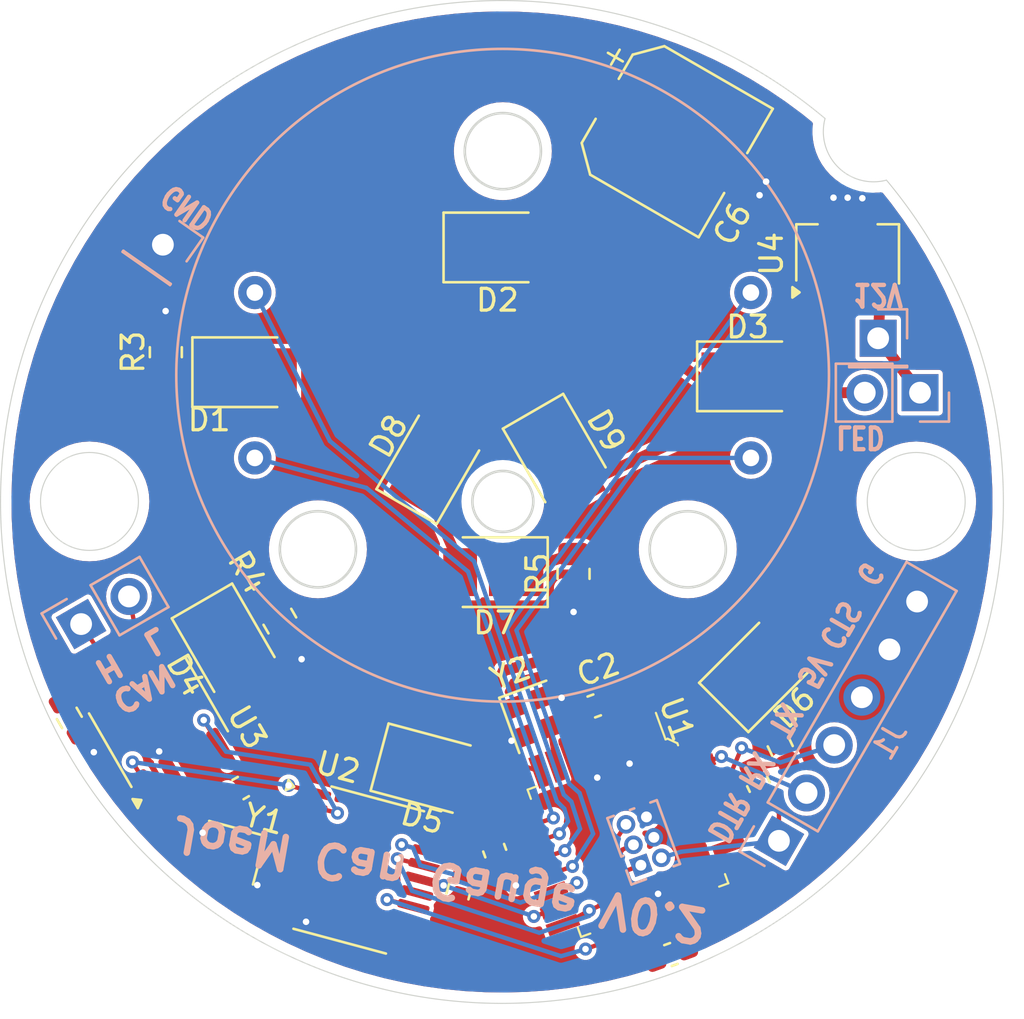
<source format=kicad_pcb>
(kicad_pcb (version 20240108) (generator "pcbnew") (generator_version "8.0")
  (layers (0 "F.Cu" signal) (31 "B.Cu" signal) (34 "B.Paste" user) (35 "F.Paste" user) (36 "B.SilkS" user "B.Silkscreen") (37 "F.SilkS" user "F.Silkscreen") (38 "B.Mask" user) (39 "F.Mask" user) (44 "Edge.Cuts" user))
  (net 0 "")
  (net 1 "GND")
  (net 2 "Net-(U1-AREF)")
  (net 3 "+5V")
  (net 4 "DTR")
  (net 5 "Net-(U1-PC6)")
  (net 6 "Net-(D1-K)")
  (net 7 "Net-(D1-A)")
  (net 8 "Net-(D2-A)")
  (net 9 "12V_LED")
  (net 10 "Net-(D4-K)")
  (net 11 "Net-(D4-A)")
  (net 12 "Net-(D5-A)")
  (net 13 "Net-(D7-K)")
  (net 14 "Net-(D7-A)")
  (net 15 "Net-(D8-A)")
  (net 16 "RX")
  (net 17 "TX")
  (net 18 "Net-(J2-Pin_1)")
  (net 19 "Net-(J2-Pin_2)")
  (net 20 "Net-(U1-PB0)")
  (net 21 "Net-(M1--)")
  (net 22 "Net-(U1-PD7)")
  (net 23 "Net-(U1-PD6)")
  (net 24 "Net-(U3-Rs)")
  (net 28 "Net-(U1-PB6)")
  (net 29 "Net-(U1-PB7)")
  (net 30 "Net-(U1-PB2)")
  (net 31 "SPI_MOSI")
  (net 32 "SPI_MISO")
  (net 33 "SPI_CLK")
  (net 43 "Net-(U2-TXCAN)")
  (net 44 "Net-(U2-RXCAN)")
  (net 50 "Net-(U2-OSC2)")
  (net 51 "Net-(U2-OSC1)")
  (net 56 "Net-(U2-~{RESET})")
  (net 58 "+12V")
  (footprint "Capacitor_SMD:C_0603_1608Metric" (layer "F.Cu") (at 137.95 113.175 30)
    (property "Reference" "C4" (hide yes))
    (property "Value" "100nF")
    (pad "1" smd roundrect (at -0.775 0 30) (size 0.9 0.95) (layers "F.Cu" "F.Paste" "F.Mask") (net 1 "GND"))
    (pad "2" smd roundrect (at 0.775 0 30) (size 0.9 0.95) (layers "F.Cu" "F.Paste" "F.Mask") (net 3 "+5V"))
  )
  (footprint "Capacitor_SMD:C_0603_1608Metric" (layer "F.Cu") (at 157.725 120.825 -160)
    (property "Reference" "C1" (hide yes))
    (property "Value" "100nF")
    (pad "1" smd roundrect (at -0.775 0 200) (size 0.9 0.95) (layers "F.Cu" "F.Paste" "F.Mask") (net 1 "GND"))
    (pad "2" smd roundrect (at 0.775 0 200) (size 0.9 0.95) (layers "F.Cu" "F.Paste" "F.Mask") (net 2 "Net-(U1-AREF)"))
  )
  (footprint "LED_SMD:LED_PLCC_2835_Handsoldering" (layer "F.Cu") (at 146.75 112.4 -15)
    (property "Reference" "D5" (at 0.125 2.2 165) (layer "F.SilkS"))
    (property "Value" "LED Weiß")
    (pad "1" smd rect (at -1.05 0 345) (size 2.5 2.2) (layers "F.Cu" "F.Paste" "F.Mask") (net 11 "Net-(D4-A)"))
    (pad "2" smd rect (at 1.525 0 345) (size 1.55 2.2) (layers "F.Cu" "F.Paste" "F.Mask") (net 12 "Net-(D5-A)"))
  )
  (footprint "Package_SO:SOIC-8_3.9x4.9mm_P1.27mm" (layer "F.Cu") (at 134.170505 110.152217 120)
    (property "Reference" "U3" (at -2.232683 3.421555 120) (layer "F.SilkS"))
    (property "Value" "MCP2551-I-SN")
    (pad "1" smd roundrect (at -2.475 -1.905 120) (size 1.95 0.6) (layers "F.Cu" "F.Paste" "F.Mask") (net 43 "Net-(U2-TXCAN)"))
    (pad "2" smd roundrect (at -2.475 -0.635 120) (size 1.95 0.6) (layers "F.Cu" "F.Paste" "F.Mask") (net 1 "GND"))
    (pad "3" smd roundrect (at -2.475 0.635 120) (size 1.95 0.6) (layers "F.Cu" "F.Paste" "F.Mask") (net 3 "+5V"))
    (pad "4" smd roundrect (at -2.475 1.905 120) (size 1.95 0.6) (layers "F.Cu" "F.Paste" "F.Mask") (net 44 "Net-(U2-RXCAN)"))
    (pad "5" smd roundrect (at 2.475 1.905 120) (size 1.95 0.6) (layers "F.Cu" "F.Paste" "F.Mask"))
    (pad "6" smd roundrect (at 2.475 0.635 120) (size 1.95 0.6) (layers "F.Cu" "F.Paste" "F.Mask") (net 19 "Net-(J2-Pin_2)"))
    (pad "7" smd roundrect (at 2.475 -0.635 120) (size 1.95 0.6) (layers "F.Cu" "F.Paste" "F.Mask") (net 18 "Net-(J2-Pin_1)"))
    (pad "8" smd roundrect (at 2.475 -1.905 120) (size 1.95 0.6) (layers "F.Cu" "F.Paste" "F.Mask") (net 24 "Net-(U3-Rs)"))
  )
  (footprint "LED_SMD:LED_PLCC_2835_Handsoldering" (layer "F.Cu") (at 137.42 106.74 -60)
    (property "Reference" "D4" (at 0.075 2.35 120) (layer "F.SilkS"))
    (property "Value" "LED Weiß")
    (pad "1" smd rect (at -1.05 0 300) (size 2.5 2.2) (layers "F.Cu" "F.Paste" "F.Mask") (net 10 "Net-(D4-K)"))
    (pad "2" smd rect (at 1.525 0 300) (size 1.55 2.2) (layers "F.Cu" "F.Paste" "F.Mask") (net 11 "Net-(D4-A)"))
  )
  (footprint "Capacitor_SMD:C_0603_1608Metric" (layer "F.Cu") (at 154.2 109.4 20)
    (property "Reference" "C2" (at 0.73733 -1.514132 20) (layer "F.SilkS"))
    (property "Value" "100nF")
    (pad "1" smd roundrect (at -0.775 0 20) (size 0.9 0.95) (layers "F.Cu" "F.Paste" "F.Mask") (net 1 "GND"))
    (pad "2" smd roundrect (at 0.775 0 20) (size 0.9 0.95) (layers "F.Cu" "F.Paste" "F.Mask") (net 3 "+5V"))
  )
  (footprint "LED_SMD:LED_PLCC_2835_Handsoldering" (layer "F.Cu") (at 161.43 94.25)
    (property "Reference" "D3" (at -0.18 -2.27 0) (layer "F.SilkS"))
    (property "Value" "LED Weiß")
    (pad "1" smd rect (at -1.05 0) (size 2.5 2.2) (layers "F.Cu" "F.Paste" "F.Mask") (net 8 "Net-(D2-A)"))
    (pad "2" smd rect (at 1.525 0) (size 1.55 2.2) (layers "F.Cu" "F.Paste" "F.Mask") (net 9 "12V_LED"))
  )
  (footprint "Package_SO:TSSOP-20_4.4x6.5mm_P0.65mm" (layer "F.Cu") (at 143.377046 116.94138 -15)
    (property "Reference" "U2" (at -2.140295 -4.309266 165) (layer "F.SilkS"))
    (property "Value" "MCP2515-xST")
    (pad "1" smd roundrect (at -2.8625 -2.925 345) (size 1.475 0.4) (layers "F.Cu" "F.Paste" "F.Mask") (net 43 "Net-(U2-TXCAN)"))
    (pad "2" smd roundrect (at -2.8625 -2.275 345) (size 1.475 0.4) (layers "F.Cu" "F.Paste" "F.Mask") (net 44 "Net-(U2-RXCAN)"))
    (pad "3" smd roundrect (at -2.8625 -1.625 345) (size 1.475 0.4) (layers "F.Cu" "F.Paste" "F.Mask"))
    (pad "4" smd roundrect (at -2.8625 -0.975 345) (size 1.475 0.4) (layers "F.Cu" "F.Paste" "F.Mask"))
    (pad "5" smd roundrect (at -2.862499 -0.325 345) (size 1.475 0.4) (layers "F.Cu" "F.Paste" "F.Mask"))
    (pad "6" smd roundrect (at -2.8625 0.325 345) (size 1.475 0.4) (layers "F.Cu" "F.Paste" "F.Mask"))
    (pad "7" smd roundrect (at -2.8625 0.975 345) (size 1.475 0.4) (layers "F.Cu" "F.Paste" "F.Mask"))
    (pad "8" smd roundrect (at -2.8625 1.625 345) (size 1.475 0.4) (layers "F.Cu" "F.Paste" "F.Mask") (net 50 "Net-(U2-OSC2)"))
    (pad "9" smd roundrect (at -2.8625 2.275 345) (size 1.475 0.4) (layers "F.Cu" "F.Paste" "F.Mask") (net 51 "Net-(U2-OSC1)"))
    (pad "10" smd roundrect (at -2.8625 2.925 345) (size 1.475 0.4) (layers "F.Cu" "F.Paste" "F.Mask") (net 1 "GND"))
    (pad "11" smd roundrect (at 2.8625 2.925 345) (size 1.475 0.4) (layers "F.Cu" "F.Paste" "F.Mask"))
    (pad "12" smd roundrect (at 2.8625 2.275 345) (size 1.475 0.4) (layers "F.Cu" "F.Paste" "F.Mask"))
    (pad "13" smd roundrect (at 2.8625 1.625 345) (size 1.475 0.4) (layers "F.Cu" "F.Paste" "F.Mask"))
    (pad "14" smd roundrect (at 2.8625 0.975 345) (size 1.475 0.4) (layers "F.Cu" "F.Paste" "F.Mask") (net 33 "SPI_CLK"))
    (pad "15" smd roundrect (at 2.862499 0.325 345) (size 1.475 0.4) (layers "F.Cu" "F.Paste" "F.Mask"))
    (pad "16" smd roundrect (at 2.8625 -0.325 345) (size 1.475 0.4) (layers "F.Cu" "F.Paste" "F.Mask") (net 32 "SPI_MISO"))
    (pad "17" smd roundrect (at 2.8625 -0.975 345) (size 1.475 0.4) (layers "F.Cu" "F.Paste" "F.Mask") (net 31 "SPI_MOSI"))
    (pad "18" smd roundrect (at 2.8625 -1.625 345) (size 1.475 0.4) (layers "F.Cu" "F.Paste" "F.Mask") (net 30 "Net-(U1-PB2)"))
    (pad "19" smd roundrect (at 2.8625 -2.275 345) (size 1.475 0.4) (layers "F.Cu" "F.Paste" "F.Mask") (net 56 "Net-(U2-~{RESET})"))
    (pad "20" smd roundrect (at 2.8625 -2.925 345) (size 1.475 0.4) (layers "F.Cu" "F.Paste" "F.Mask") (net 3 "+5V"))
  )
  (footprint "LED_SMD:LED_PLCC_2835_Handsoldering" (layer "F.Cu") (at 146.823862 98.070689 60)
    (property "Reference" "D8" (at -0.109687 -2.331362 60) (layer "F.SilkS"))
    (property "Value" "LED Rot")
    (pad "1" smd rect (at -1.05 0 60) (size 2.5 2.2) (layers "F.Cu" "F.Paste" "F.Mask") (net 14 "Net-(D7-A)"))
    (pad "2" smd rect (at 1.525 0 60) (size 1.55 2.2) (layers "F.Cu" "F.Paste" "F.Mask") (net 15 "Net-(D8-A)"))
  )
  (footprint "digikey-footprints:TQFP-32_7x7mm" (layer "F.Cu") (at 155.75 115.4 -70)
    (property "Reference" "U1" (at -4.304795 -3.961217 110) (layer "F.SilkS"))
    (property "Value" "ATMEGA328P-AU")
    (pad "1" smd rect (at -4.2 -2.8 290) (size 1.5 0.55) (layers "F.Cu" "F.Paste" "F.Mask"))
    (pad "2" smd rect (at -4.2 -2 290) (size 1.5 0.55) (layers "F.Cu" "F.Paste" "F.Mask"))
    (pad "3" smd rect (at -4.2 -1.2 290) (size 1.5 0.55) (layers "F.Cu" "F.Paste" "F.Mask") (net 1 "GND"))
    (pad "4" smd rect (at -4.2 -0.4 290) (size 1.5 0.55) (layers "F.Cu" "F.Paste" "F.Mask") (net 3 "+5V"))
    (pad "5" smd rect (at -4.2 0.4 290) (size 1.5 0.55) (layers "F.Cu" "F.Paste" "F.Mask") (net 1 "GND"))
    (pad "6" smd rect (at -4.2 1.2 290) (size 1.5 0.55) (layers "F.Cu" "F.Paste" "F.Mask") (net 3 "+5V"))
    (pad "7" smd rect (at -4.2 2 290) (size 1.5 0.55) (layers "F.Cu" "F.Paste" "F.Mask") (net 28 "Net-(U1-PB6)"))
    (pad "8" smd rect (at -4.2 2.8 290) (size 1.5 0.55) (layers "F.Cu" "F.Paste" "F.Mask") (net 29 "Net-(U1-PB7)"))
    (pad "9" smd rect (at -2.8 4.2 290) (size 0.55 1.5) (layers "F.Cu" "F.Paste" "F.Mask"))
    (pad "10" smd rect (at -2 4.2 290) (size 0.55 1.5) (layers "F.Cu" "F.Paste" "F.Mask") (net 23 "Net-(U1-PD6)"))
    (pad "11" smd rect (at -1.2 4.2 290) (size 0.55 1.5) (layers "F.Cu" "F.Paste" "F.Mask") (net 22 "Net-(U1-PD7)"))
    (pad "12" smd rect (at -0.4 4.2 290) (size 0.55 1.5) (layers "F.Cu" "F.Paste" "F.Mask") (net 20 "Net-(U1-PB0)"))
    (pad "13" smd rect (at 0.4 4.2 290) (size 0.55 1.5) (layers "F.Cu" "F.Paste" "F.Mask") (net 21 "Net-(M1--)"))
    (pad "14" smd rect (at 1.2 4.2 290) (size 0.55 1.5) (layers "F.Cu" "F.Paste" "F.Mask") (net 30 "Net-(U1-PB2)"))
    (pad "15" smd rect (at 2 4.2 290) (size 0.55 1.5) (layers "F.Cu" "F.Paste" "F.Mask") (net 32 "SPI_MISO"))
    (pad "16" smd rect (at 2.8 4.2 290) (size 0.55 1.5) (layers "F.Cu" "F.Paste" "F.Mask") (net 31 "SPI_MOSI"))
    (pad "17" smd rect (at 4.2 2.8 290) (size 1.5 0.55) (layers "F.Cu" "F.Paste" "F.Mask") (net 33 "SPI_CLK"))
    (pad "18" smd rect (at 4.2 2 290) (size 1.5 0.55) (layers "F.Cu" "F.Paste" "F.Mask") (net 3 "+5V"))
    (pad "19" smd rect (at 4.2 1.2 290) (size 1.5 0.55) (layers "F.Cu" "F.Paste" "F.Mask"))
    (pad "20" smd rect (at 4.2 0.4 290) (size 1.5 0.55) (layers "F.Cu" "F.Paste" "F.Mask") (net 2 "Net-(U1-AREF)"))
    (pad "21" smd rect (at 4.2 -0.4 290) (size 1.5 0.55) (layers "F.Cu" "F.Paste" "F.Mask") (net 1 "GND"))
    (pad "22" smd rect (at 4.2 -1.2 290) (size 1.5 0.55) (layers "F.Cu" "F.Paste" "F.Mask"))
    (pad "23" smd rect (at 4.2 -2 290) (size 1.5 0.55) (layers "F.Cu" "F.Paste" "F.Mask"))
    (pad "24" smd rect (at 4.2 -2.8 290) (size 1.5 0.55) (layers "F.Cu" "F.Paste" "F.Mask"))
    (pad "25" smd rect (at 2.8 -4.2 290) (size 0.55 1.5) (layers "F.Cu" "F.Paste" "F.Mask"))
    (pad "26" smd rect (at 2 -4.2 290) (size 0.55 1.5) (layers "F.Cu" "F.Paste" "F.Mask"))
    (pad "27" smd rect (at 1.2 -4.2 290) (size 0.55 1.5) (layers "F.Cu" "F.Paste" "F.Mask"))
    (pad "28" smd rect (at 0.4 -4.2 290) (size 0.55 1.5) (layers "F.Cu" "F.Paste" "F.Mask"))
    (pad "29" smd rect (at -0.4 -4.2 290) (size 0.55 1.5) (layers "F.Cu" "F.Paste" "F.Mask") (net 5 "Net-(U1-PC6)"))
    (pad "30" smd rect (at -1.2 -4.2 290) (size 0.55 1.5) (layers "F.Cu" "F.Paste" "F.Mask") (net 17 "TX"))
    (pad "31" smd rect (at -2 -4.2 290) (size 0.55 1.5) (layers "F.Cu" "F.Paste" "F.Mask") (net 16 "RX"))
    (pad "32" smd rect (at -2.8 -4.2 290) (size 0.55 1.5) (layers "F.Cu" "F.Paste" "F.Mask"))
  )
  (footprint "Resistor_SMD:R_0603_1608Metric" (layer "F.Cu") (at 162.75 111.25 115.4)
    (property "Reference" "R2" (hide yes))
    (property "Value" "10k")
    (pad "1" smd roundrect (at -0.825001 0 115.4) (size 0.8 0.95) (layers "F.Cu" "F.Paste" "F.Mask") (net 5 "Net-(U1-PC6)"))
    (pad "2" smd roundrect (at 0.825001 0 115.4) (size 0.8 0.95) (layers "F.Cu" "F.Paste" "F.Mask") (net 3 "+5V"))
  )
  (footprint "Capacitor_SMD:C_0603_1608Metric" (layer "F.Cu") (at 161.75 113 115.4)
    (property "Reference" "C3" (hide yes))
    (property "Value" "100nF")
    (pad "1" smd roundrect (at -0.775 -0.000001 115.4) (size 0.9 0.95) (layers "F.Cu" "F.Paste" "F.Mask") (net 4 "DTR"))
    (pad "2" smd roundrect (at 0.775 0.000001 115.4) (size 0.9 0.95) (layers "F.Cu" "F.Paste" "F.Mask") (net 5 "Net-(U1-PC6)"))
  )
  (footprint "LED_SMD:LED_PLCC_2835_Handsoldering" (layer "F.Cu") (at 152.636362 98.020689 -60)
    (property "Reference" "D9" (at -0.04363 -2.465809 120) (layer "F.SilkS"))
    (property "Value" "LED Rot")
    (pad "1" smd rect (at -1.05 0 300) (size 2.5 2.2) (layers "F.Cu" "F.Paste" "F.Mask") (net 15 "Net-(D8-A)"))
    (pad "2" smd rect (at 1.525 0 300) (size 1.55 2.2) (layers "F.Cu" "F.Paste" "F.Mask") (net 9 "12V_LED"))
  )
  (footprint "LED_SMD:LED_PLCC_2835_Handsoldering" (layer "F.Cu") (at 138.23 94.06)
    (property "Reference" "D1" (at -1.73 2.19 0) (layer "F.SilkS"))
    (property "Value" "LED Weiß")
    (pad "1" smd rect (at -1.05 0) (size 2.5 2.2) (layers "F.Cu" "F.Paste" "F.Mask") (net 6 "Net-(D1-K)"))
    (pad "2" smd rect (at 1.525 0) (size 1.55 2.2) (layers "F.Cu" "F.Paste" "F.Mask") (net 7 "Net-(D1-A)"))
  )
  (footprint "Capacitor_SMD:C_0603_1608Metric" (layer "F.Cu") (at 149.625 116.05 110)
    (property "Reference" "C5" (hide yes))
    (property "Value" "100nF")
    (pad "1" smd roundrect (at -0.775 0 110) (size 0.9 0.95) (layers "F.Cu" "F.Paste" "F.Mask") (net 1 "GND"))
    (pad "2" smd roundrect (at 0.775 0 110) (size 0.9 0.95) (layers "F.Cu" "F.Paste" "F.Mask") (net 3 "+5V"))
  )
  (footprint "Crystal:Crystal_SMD_2016-4Pin_2.0x1.6mm" (layer "F.Cu") (at 137.508117 116.145262 165)
    (property "Reference" "Y1" (at -1.065253 1.885207 165) (layer "F.SilkS"))
    (property "Value" "16MHz")
    (pad "1" smd rect (at -0.7 0.55 165) (size 0.9 0.8) (layers "F.Cu" "F.Paste" "F.Mask") (net 50 "Net-(U2-OSC2)"))
    (pad "2" smd rect (at 0.700001 0.55 165) (size 0.9 0.8) (layers "F.Cu" "F.Paste" "F.Mask") (net 1 "GND"))
    (pad "3" smd rect (at 0.7 -0.55 165) (size 0.9 0.8) (layers "F.Cu" "F.Paste" "F.Mask") (net 51 "Net-(U2-OSC1)"))
    (pad "4" smd rect (at -0.700001 -0.55 165) (size 0.9 0.8) (layers "F.Cu" "F.Paste" "F.Mask") (net 1 "GND"))
  )
  (footprint "Package_TO_SOT_SMD:SOT-89-3" (layer "F.Cu") (at 165.8475 88.62 90)
    (property "Reference" "U4" (at 0 -3.5 90) (layer "F.SilkS"))
    (property "Value" "L78L05_SOT89")
    (pad "1" smd roundrect (at -1.95 -1.5 90) (size 1.3 0.9) (layers "F.Cu" "F.Paste" "F.Mask") (net 3 "+5V"))
    (pad "2" smd custom (at -1.8625 0 90) (size 1.475 0.9) (layers "F.Cu" "F.Paste" "F.Mask") (net 1 "GND") (options (clearance outline) (anchor rect)) (primitives (gr_poly (pts (xy 3.8625 0.8665) (xy 0.7375 0.8665) (xy 0.7375 -0.8665) (xy 3.8625 -0.8665)) (width 0) (fill yes))))
    (pad "3" smd roundrect (at -1.95 1.5 90) (size 1.3 0.9) (layers "F.Cu" "F.Paste" "F.Mask") (net 58 "+12V"))
  )
  (footprint "LED_SMD:LED_PLCC_2835_Handsoldering" (layer "F.Cu") (at 161.92 107.7 45)
    (property "Reference" "D6" (at -0.205625 2.306154 45) (layer "F.SilkS"))
    (property "Value" "LED Weiß")
    (pad "1" smd rect (at -1.05 0 45) (size 2.5 2.2) (layers "F.Cu" "F.Paste" "F.Mask") (net 12 "Net-(D5-A)"))
    (pad "2" smd rect (at 1.525 0 45) (size 1.55 2.2) (layers "F.Cu" "F.Paste" "F.Mask") (net 9 "12V_LED"))
  )
  (footprint "Resistor_SMD:R_0805_2012Metric" (layer "F.Cu") (at 139.75 105.5 120)
    (property "Reference" "R4" (at 2.698557 -0.174038 120) (layer "F.SilkS"))
    (property "Value" "510")
    (pad "1" smd roundrect (at -0.9125 0 120) (size 1.025 1.4) (layers "F.Cu" "F.Paste" "F.Mask") (roundrect_rratio 0.243902439) (net 1 "GND"))
    (pad "2" smd roundrect (at 0.9125 0 120) (size 1.025 1.4) (layers "F.Cu" "F.Paste" "F.Mask") (roundrect_rratio 0.243902439) (net 10 "Net-(D4-K)"))
  )
  (footprint "Capacitor_SMD:CP_Elec_6.3x7.7" (layer "F.Cu") (at 157.75 83.2 -30)
    (property "Reference" "C6" (at 4.449871 2.107403 -120) (layer "F.SilkS"))
    (property "Value" "220uF")
    (pad "1" smd roundrect (at -2.7 0 330) (size 3.5 1.6) (layers "F.Cu" "F.Paste" "F.Mask") (roundrect_rratio 0.15625) (net 3 "+5V"))
    (pad "2" smd roundrect (at 2.7 0 330) (size 3.5 1.6) (layers "F.Cu" "F.Paste" "F.Mask") (roundrect_rratio 0.15625) (net 1 "GND"))
  )
  (footprint "LED_SMD:LED_PLCC_2835_Handsoldering" (layer "F.Cu") (at 149.775 88.325)
    (property "Reference" "D2" (at -0.025 2.425 0) (layer "F.SilkS"))
    (property "Value" "LED Weiß")
    (pad "1" smd rect (at -1.05 0) (size 2.5 2.2) (layers "F.Cu" "F.Paste" "F.Mask") (net 7 "Net-(D1-A)"))
    (pad "2" smd rect (at 1.525 0) (size 1.55 2.2) (layers "F.Cu" "F.Paste" "F.Mask") (net 8 "Net-(D2-A)"))
  )
  (footprint "Resistor_SMD:R_0603_1608Metric" (layer "F.Cu") (at 147.975 117.925 -105)
    (property "Reference" "R6" (hide yes))
    (property "Value" "10k")
    (pad "1" smd roundrect (at -0.825 0 255) (size 0.8 0.95) (layers "F.Cu" "F.Paste" "F.Mask") (net 56 "Net-(U2-~{RESET})"))
    (pad "2" smd roundrect (at 0.825 0 255) (size 0.8 0.95) (layers "F.Cu" "F.Paste" "F.Mask") (net 3 "+5V"))
  )
  (footprint "Crystal:Crystal_SMD_2016-4Pin_2.0x1.6mm" (layer "F.Cu") (at 151.375 109.9 -70)
    (property "Reference" "Y2" (at -2.229956 0.279145 -160) (layer "F.SilkS"))
    (property "Value" "16MHz")
    (pad "1" smd rect (at -0.7 0.55 290) (size 0.9 0.8) (layers "F.Cu" "F.Paste" "F.Mask") (net 29 "Net-(U1-PB7)"))
    (pad "2" smd rect (at 0.7 0.55 290) (size 0.9 0.8) (layers "F.Cu" "F.Paste" "F.Mask") (net 1 "GND"))
    (pad "3" smd rect (at 0.7 -0.55 290) (size 0.9 0.8) (layers "F.Cu" "F.Paste" "F.Mask") (net 28 "Net-(U1-PB6)"))
    (pad "4" smd rect (at -0.7 -0.55 290) (size 0.9 0.8) (layers "F.Cu" "F.Paste" "F.Mask") (net 1 "GND"))
  )
  (footprint "Resistor_SMD:R_0805_2012Metric" (layer "F.Cu") (at 153.25 103.329311 90)
    (property "Reference" "R5" (at 0 -1.65 90) (layer "F.SilkS"))
    (property "Value" "510")
    (pad "1" smd roundrect (at -0.9125 0 90) (size 1.025 1.4) (layers "F.Cu" "F.Paste" "F.Mask") (roundrect_rratio 0.243902439) (net 1 "GND"))
    (pad "2" smd roundrect (at 0.9125 0 90) (size 1.025 1.4) (layers "F.Cu" "F.Paste" "F.Mask") (roundrect_rratio 0.243902439) (net 13 "Net-(D7-K)"))
  )
  (footprint "LED_SMD:LED_PLCC_2835_Handsoldering" (layer "F.Cu") (at 149.561362 103.25 180)
    (property "Reference" "D7" (at -0.061362 -2.329311 0) (layer "F.SilkS"))
    (property "Value" "LED Rot")
    (pad "1" smd rect (at -1.05 0 180) (size 2.5 2.2) (layers "F.Cu" "F.Paste" "F.Mask") (net 13 "Net-(D7-K)"))
    (pad "2" smd rect (at 1.525 0 180) (size 1.55 2.2) (layers "F.Cu" "F.Paste" "F.Mask") (net 14 "Net-(D7-A)"))
  )
  (footprint "Resistor_SMD:R_0603_1608Metric" (layer "F.Cu") (at 130.075 109.95 -60)
    (property "Reference" "R1" (hide yes))
    (property "Value" "10k")
    (pad "1" smd roundrect (at -0.825 0 300) (size 0.8 0.95) (layers "F.Cu" "F.Paste" "F.Mask") (net 24 "Net-(U3-Rs)"))
    (pad "2" smd roundrect (at 0.825 0 300) (size 0.8 0.95) (layers "F.Cu" "F.Paste" "F.Mask") (net 1 "GND"))
  )
  (footprint "Resistor_SMD:R_0805_2012Metric" (layer "F.Cu") (at 134.51 93.14 -90)
    (property "Reference" "R3" (at 0 1.51 90) (layer "F.SilkS"))
    (property "Value" "510")
    (pad "1" smd roundrect (at -0.9125 0 270) (size 1.025 1.4) (layers "F.Cu" "F.Paste" "F.Mask") (roundrect_rratio 0.243902439) (net 1 "GND"))
    (pad "2" smd roundrect (at 0.9125 0 270) (size 1.025 1.4) (layers "F.Cu" "F.Paste" "F.Mask") (roundrect_rratio 0.243902439) (net 6 "Net-(D1-K)"))
  )
  (footprint "Connector_PinHeader_2.54mm:PinHeader_1x02_P2.54mm_Vertical" (layer "B.Cu") (at 169.175 95 90)
    (property "Reference" "J6" (hide yes))
    (property "Value" "12V_LED_Bridge")
    (property "Description" "LED" (at -2.05 -2.735 180) (layer "B.SilkS") (effects (font (size 1 0.8) (thickness 0.2) (bold yes)) (justify mirror)))
    (pad "1" thru_hole rect (at 0 0 90) (size 1.7 1.7) (drill 1) (layers "*.Cu" "*.Mask") (net 58 "+12V"))
    (pad "2" thru_hole oval (at 0 -2.54 90) (size 1.7 1.7) (drill 1) (layers "*.Cu" "*.Mask") (net 9 "12V_LED"))
  )
  (footprint "Connector_PinHeader_1.00mm:PinHeader_2x03_P1.00mm_Vertical" (layer "B.Cu") (at 156.344348 116.721405 20)
    (property "Reference" "J7" (hide yes))
    (property "Value" "SPI-Port")
    (pad "1" thru_hole rect (at 0 0 20) (size 0.85 0.85) (drill 0.5) (layers "*.Cu" "*.Mask") (net 33 "SPI_CLK"))
    (pad "2" thru_hole oval (at 1 0 20) (size 0.85 0.85) (drill 0.5) (layers "*.Cu" "*.Mask") (net 4 "DTR"))
    (pad "3" thru_hole oval (at 0 -1 20) (size 0.85 0.85) (drill 0.5) (layers "*.Cu" "*.Mask") (net 31 "SPI_MOSI"))
    (pad "4" thru_hole oval (at 1.000001 -1 20) (size 0.85 0.85) (drill 0.5) (layers "*.Cu" "*.Mask") (net 3 "+5V"))
    (pad "5" thru_hole oval (at 0 -2 20) (size 0.85 0.85) (drill 0.5) (layers "*.Cu" "*.Mask") (net 32 "SPI_MISO"))
    (pad "6" thru_hole oval (at 1 -2 20) (size 0.85 0.85) (drill 0.5) (layers "*.Cu" "*.Mask") (net 1 "GND"))
  )
  (footprint "Connector_PinHeader_2.54mm:PinHeader_1x01_P2.54mm_Vertical" (layer "B.Cu") (at 134.375 88.2 145)
    (property "Reference" "J5" (hide yes))
    (property "Value" "GND" (at 0.053534 2.037832 145) (layer "B.SilkS") (effects (font (size 1 0.8) (thickness 0.2) (bold yes)) (justify mirror)))
    (pad "1" thru_hole rect (at 0 0 145) (size 1.7 1.7) (drill 1) (layers "*.Cu" "*.Mask") (net 1 "GND"))
  )
  (footprint "Connector_PinHeader_2.54mm:PinHeader_1x06_P2.54mm_Vertical" (layer "B.Cu") (at 162.69 115.599114 -30)
    (property "Reference" "J1" (at 2.095448 -6.520577 60) (layer "B.SilkS") (effects (justify mirror)))
    (property "Value" "FTDI-Port")
    (pad "1" thru_hole rect (at 0 0 330) (size 1.7 1.7) (drill 1) (layers "*.Cu" "*.Mask") (net 4 "DTR"))
    (pad "2" thru_hole oval (at 0 -2.54 330) (size 1.7 1.7) (drill 1) (layers "*.Cu" "*.Mask") (net 16 "RX"))
    (pad "3" thru_hole oval (at 0 -5.08 330) (size 1.7 1.7) (drill 1) (layers "*.Cu" "*.Mask") (net 17 "TX"))
    (pad "4" thru_hole oval (at 0 -7.62 330) (size 1.7 1.7) (drill 1) (layers "*.Cu" "*.Mask") (net 3 "+5V"))
    (pad "5" thru_hole oval (at 0 -10.16 330) (size 1.7 1.7) (drill 1) (layers "*.Cu" "*.Mask") (net 1 "GND"))
    (pad "6" thru_hole oval (at 0 -12.7 330) (size 1.7 1.7) (drill 1) (layers "*.Cu" "*.Mask") (net 1 "GND"))
  )
  (footprint "Connector_PinHeader_2.54mm:PinHeader_1x01_P2.54mm_Vertical" (layer "B.Cu") (at 167.25 92.5 180)
    (property "Reference" "J4" (hide yes))
    (property "Value" "12V" (hide yes))
    (property "Description" "12V" (at 0 2 180) (layer "B.SilkS") (effects (font (size 1 0.8) (thickness 0.2) (bold yes)) (justify mirror)))
    (pad "1" thru_hole rect (at 0 0 180) (size 1.7 1.7) (drill 1) (layers "*.Cu" "*.Mask") (net 58 "+12V"))
  )
  (footprint "Connector_PinHeader_2.54mm:PinHeader_1x02_P2.54mm_Vertical" (layer "B.Cu") (at 130.615818 105.6375 -60)
    (property "Reference" "J2" (hide yes))
    (property "Value" "CAN")
    (pad "1" thru_hole rect (at 0 0 300) (size 1.7 1.7) (drill 1) (layers "*.Cu" "*.Mask") (net 18 "Net-(J2-Pin_1)"))
    (pad "2" thru_hole oval (at 0 -2.54 300) (size 1.7 1.7) (drill 1) (layers "*.Cu" "*.Mask") (net 19 "Net-(J2-Pin_2)"))
  )
  (footprint "StepperMotor:StepperMotor" (layer "B.Cu") (at 150 94.2 180)
    (property "Reference" "M1" (hide yes))
    (property "Value" "Stepper_Motor")
    (fp_circle (center 8.5 -8) (end 10.25 -8) (stroke (width 0.12)) (fill none) (layer "Edge.Cuts"))
    (fp_circle (center 0 10.3) (end 1.75 10.3) (stroke (width 0.12)) (fill none) (layer "Edge.Cuts"))
    (fp_circle (center 0 -5.8) (end 1.4 -5.8) (stroke (width 0.12)) (fill none) (layer "Edge.Cuts"))
    (fp_circle (center -8.5 -8) (end -6.75 -8) (stroke (width 0.12)) (fill none) (layer "Edge.Cuts"))
    (pad "1" thru_hole circle (at -11.4 3.8 180) (size 1.524 1.524) (drill 0.762) (layers "*.Cu" "*.Mask") (net 20 "Net-(U1-PB0)"))
    (pad "2" thru_hole circle (at -11.4 -3.8 180) (size 1.524 1.524) (drill 0.762) (layers "*.Cu" "*.Mask") (net 21 "Net-(M1--)"))
    (pad "3" thru_hole circle (at 11.4 3.8 180) (size 1.524 1.524) (drill 0.762) (layers "*.Cu" "*.Mask") (net 22 "Net-(U1-PD7)"))
    (pad "4" thru_hole circle (at 11.4 -3.8 180) (size 1.524 1.524) (drill 0.762) (layers "*.Cu" "*.Mask") (net 23 "Net-(U1-PD6)"))
  )
  (gr_arc (start 167.63187 85.231126) (mid 133.636082 116.293883) (end 164.81 82.4) (stroke (width 0.05)) (layer "Edge.Cuts"))
  (gr_arc (start 167.63187 85.231126) (mid 165.403659 84.630167) (end 164.81 82.4) (stroke (width 0.05)) (layer "Edge.Cuts"))
  (gr_circle (center 131 100) (end 133.25 100) (stroke (width 0.05)) (fill none) (layer "Edge.Cuts"))
  (gr_circle (center 169 100) (end 171.25 100) (stroke (width 0.05)) (fill none) (layer "Edge.Cuts"))
  (gr_text "JoeM Can Gauge V0.2" (at 134.8 114.3 170) (layer "B.SilkS") (effects (font (size 1.5 1.5) (thickness 0.3) (bold yes)) (justify left bottom mirror)))
  (gr_text "DTR RX  TX  5V CTS  G" (at 159.26 115.32 240) (layer "B.SilkS") (effects (font (size 1 0.8) (thickness 0.2) (bold yes)) (justify left bottom mirror)))
  (gr_text "CAN\nH  L" (at 131 107.5 210) (layer "B.SilkS") (effects (font (size 1 1) (thickness 0.25) (bold yes)) (justify left bottom mirror)))
  (segment (start 152.7 109.025) (end 153.521738 109.815066) (width 0.2) (layer "F.Cu") (net 1))
  (segment (start 162.1 85.3) (end 161.962162 85.587162) (width 0.5) (layer "F.Cu") (net 1))
  (segment (start 139.855038 119.025843) (end 140.953778 119.32025) (width 0.2) (layer "F.Cu") (net 1))
  (segment (start 157.134836 118.035285) (end 157.562362 119.209901) (width 0.2) (layer "F.Cu") (net 1))
  (segment (start 150.4 111) (end 151.097583 110.745896) (width 0.2) (layer "F.Cu") (net 1))
  (segment (start 135.475 113.65) (end 137.27883 113.5625) (width 0.2) (layer "F.Cu") (net 1))
  (segment (start 165.8475 85.895) (end 165.8475 90.4825) (width 0.5) (layer "F.Cu") (net 1))
  (segment (start 154.339512 112.694239) (end 153.937638 111.590099) (width 0.2) (layer "F.Cu") (net 1))
  (segment (start 153.25 105.079311) (end 153.25 104.241811) (width 0.5) (layer "F.Cu") (net 1))
  (segment (start 161.962162 85.587162) (end 160.088269 84.55) (width 0.5) (layer "F.Cu") (net 1))
  (segment (start 134.203748 111.489796) (end 134.851248 112.611299) (width 0.2) (layer "F.Cu") (net 1))
  (segment (start 136.201579 115.225774) (end 136.97432 115.43283) (width 0.2) (layer "F.Cu") (net 1))
  (segment (start 140.20625 106.290248) (end 140.75 107.25) (width 0.5) (layer "F.Cu") (net 1))
  (segment (start 158.372187 120.430562) (end 157.975 120.25) (width 0.2) (layer "F.Cu") (net 1))
  (segment (start 155.825 112.05) (end 155.441147 111.042867) (width 0.2) (layer "F.Cu") (net 1))
  (segment (start 134.858079 112.61313) (end 135.475 113.65) (width 0.2) (layer "F.Cu") (net 1))
  (segment (start 131.2 111.525) (end 130.4875 110.664471) (width 0.2) (layer "F.Cu") (net 1))
  (segment (start 134.51 92.2275) (end 134.5 91.25) (width 0.5) (layer "F.Cu") (net 1))
  (segment (start 161.962162 85.587162) (end 161.8 85.925) (width 0.5) (layer "F.Cu") (net 1))
  (segment (start 157.975 120.25) (end 157.562362 119.209901) (width 0.2) (layer "F.Cu") (net 1))
  (segment (start 149.890066 116.778262) (end 150.6 117.65) (width 0.2) (layer "F.Cu") (net 1))
  (segment (start 138.448502 117.561923) (end 138.041915 116.857695) (width 0.2) (layer "F.Cu") (net 1))
  (segment (start 138.714131 117.633098) (end 138.448502 117.561923) (width 0.2) (layer "F.Cu") (net 1))
  (segment (start 151.652417 109.054104) (end 152.7 109.025) (width 0.2) (layer "F.Cu") (net 1))
  (segment (start 165.1975 86.03875) (end 166.5225 86.06375) (width 0.5) (layer "F.Cu") (net 1))
  (segment (start 134.851248 112.611299) (end 134.858079 112.613129) (width 0.2) (layer "F.Cu") (net 1))
  (via (at 140.75 107.25) (size 0.6) (drill 0.3) (layers "F.Cu" "B.Cu") (net 1))
  (via (at 162.1 85.3) (size 0.6) (drill 0.3) (layers "F.Cu" "B.Cu") (net 1))
  (via (at 154.339512 112.694239) (size 0.6) (drill 0.3) (layers "F.Cu" "B.Cu") (net 1))
  (via (at 165.1975 86.03875) (size 0.6) (drill 0.3) (layers "F.Cu" "B.Cu") (net 1))
  (via (at 161.8 85.925) (size 0.6) (drill 0.3) (layers "F.Cu" "B.Cu") (net 1))
  (via (at 150.4 111) (size 0.6) (drill 0.3) (layers "F.Cu" "B.Cu") (net 1))
  (via (at 131.2 111.525) (size 0.6) (drill 0.3) (layers "F.Cu" "B.Cu") (net 1))
  (via (at 136.201579 115.225774) (size 0.6) (drill 0.3) (layers "F.Cu" "B.Cu") (net 1))
  (via (at 157.134836 118.035285) (size 0.6) (drill 0.3) (layers "F.Cu" "B.Cu") (net 1))
  (via (at 153.25 105.079311) (size 0.6) (drill 0.3) (layers "F.Cu" "B.Cu") (net 1))
  (via (at 140.953778 119.32025) (size 0.6) (drill 0.3) (layers "F.Cu" "B.Cu") (net 1))
  (via (at 134.203748 111.489796) (size 0.6) (drill 0.3) (layers "F.Cu" "B.Cu") (net 1))
  (via (at 152.7 109.025) (size 0.6) (drill 0.3) (layers "F.Cu" "B.Cu") (net 1))
  (via (at 155.825 112.05) (size 0.6) (drill 0.3) (layers "F.Cu" "B.Cu") (net 1))
  (via (at 165.8475 86.03875) (size 0.6) (drill 0.3) (layers "F.Cu" "B.Cu") (net 1))
  (via (at 150.6 117.65) (size 0.6) (drill 0.3) (layers "F.Cu" "B.Cu") (net 1))
  (via (at 166.5225 86.06375) (size 0.6) (drill 0.3) (layers "F.Cu" "B.Cu") (net 1))
  (via (at 138.714131 117.633098) (size 0.6) (drill 0.3) (layers "F.Cu" "B.Cu") (net 1))
  (via (at 134.5 91.25) (size 0.6) (drill 0.3) (layers "F.Cu" "B.Cu") (net 1))
  (segment (start 156.915663 120.960694) (end 157.15 120.5) (width 0.2) (layer "F.Cu") (net 2))
  (segment (start 157.15 120.5) (end 156.810608 119.483517) (width 0.2) (layer "F.Cu") (net 2))
  (segment (start 162.69 115.599114) (end 162.69 114.307661) (width 0.2) (layer "F.Cu") (net 4))
  (segment (start 163.521927 115.349261) (end 163.6 115.349261) (width 0.2) (layer "F.Cu") (net 4))
  (segment (start 162.69 114.307661) (end 162.082424 113.700085) (width 0.2) (layer "F.Cu") (net 4))
  (segment (start 157.284041 116.379385) (end 158.2 116.1) (width 0.2) (layer "B.Cu") (net 4))
  (segment (start 158.2 116.1) (end 162.69 115.599114) (width 0.2) (layer "B.Cu") (net 4))
  (segment (start 161.417576 112.299915) (end 163.103872 111.995252) (width 0.2) (layer "F.Cu") (net 5))
  (segment (start 159.559901 113.587638) (end 161.125 112.95) (width 0.2) (layer "F.Cu") (net 5))
  (segment (start 161.125 112.95) (end 161.75383 111.9875) (width 0.2) (layer "F.Cu") (net 5))
  (segment (start 134.51 94.0525) (end 137.18 94.06) (width 0.5) (layer "F.Cu") (net 6))
  (segment (start 139.275 94.075) (end 148.25 88.325) (width 0.5) (layer "F.Cu") (net 7))
  (segment (start 150.825 88.325) (end 159.925 95) (width 0.5) (layer "F.Cu") (net 8))
  (segment (start 162.25 96) (end 159 96.75) (width 0.5) (layer "F.Cu") (net 9))
  (segment (start 159 96.75) (end 153.398862 99.341378) (width 0.5) (layer "F.Cu") (net 9))
  (segment (start 163 97.5) (end 162.25 96) (width 0.5) (layer "F.Cu") (net 9))
  (segment (start 162.75 99.25) (end 163 97.5) (width 0.5) (layer "F.Cu") (net 9))
  (segment (start 162.955 94.25) (end 162.25 96) (width 0.5) (layer "F.Cu") (net 9))
  (segment (start 162.955 95.02) (end 165.985 95) (width 0.5) (layer "F.Cu") (net 9))
  (segment (start 162.998338 106.621662) (end 162.75 99.25) (width 0.5) (layer "F.Cu") (net 9))
  (segment (start 136.895 105.830673) (end 139.29375 104.709752) (width 0.5) (layer "F.Cu") (net 10))
  (segment (start 138.1825 108.060689) (end 145.735778 112.12824) (width 0.5) (layer "F.Cu") (net 11))
  (segment (start 153.7 106.825) (end 160.821662 108.853338) (width 0.5) (layer "F.Cu") (net 12))
  (segment (start 150.025 107.7805) (end 153.7 106.825) (width 0.5) (layer "F.Cu") (net 12))
  (segment (start 147.764222 112.67176) (end 150.025 107.7805) (width 0.5) (layer "F.Cu") (net 12))
  (segment (start 153.25 102.416811) (end 150.611362 103.25) (width 0.5) (layer "F.Cu") (net 13))
  (segment (start 148.011362 103.020689) (end 147.65 102.659327) (width 0.2) (layer "F.Cu") (net 14))
  (segment (start 148.036362 102.920689) (end 146.298862 98.980016) (width 0.5) (layer "F.Cu") (net 14))
  (segment (start 147.586362 96.75) (end 152.111362 97.111362) (width 0.5) (layer "F.Cu") (net 15))
  (segment (start 146.5125 96.85) (end 146.4625 96.9) (width 0.2) (layer "F.Cu") (net 15))
  (segment (start 159.012669 112.08413) (end 160.05 111.725) (width 0.2) (layer "F.Cu") (net 16))
  (via (at 160.05 111.725) (size 0.6) (drill 0.3) (layers "F.Cu" "B.Cu") (net 16))
  (segment (start 160.05 111.725) (end 163.96 113.399409) (width 0.2) (layer "B.Cu") (net 16))
  (segment (start 160.5 112.45) (end 160.975 111.325) (width 0.2) (layer "F.Cu") (net 17))
  (segment (start 159.286285 112.835884) (end 160.5 112.45) (width 0.2) (layer "F.Cu") (net 17))
  (via (at 160.975 111.325) (size 0.6) (drill 0.3) (layers "F.Cu" "B.Cu") (net 17))
  (segment (start 160.975 111.325) (end 162.75 112) (width 0.2) (layer "B.Cu") (net 17))
  (segment (start 162.75 112) (end 165.23 111.199705) (width 0.2) (layer "B.Cu") (net 17))
  (segment (start 130.615818 105.6375) (end 132.383079 108.326304) (width 0.2) (layer "F.Cu") (net 18))
  (segment (start 132.815523 104.3675) (end 133.482931 107.691304) (width 0.2) (layer "F.Cu") (net 19))
  (segment (start 151.666483 116.460608) (end 152.85 116.05) (width 0.2) (layer "F.Cu") (net 20))
  (via (at 152.85 116.05) (size 0.6) (drill 0.3) (layers "F.Cu" "B.Cu") (net 20))
  (segment (start 153.15 113.8) (end 152.8 113.475) (width 0.2) (layer "B.Cu") (net 20))
  (segment (start 150.375 105.575) (end 161.4 90.4) (width 0.2) (layer "B.Cu") (net 20))
  (segment (start 152.8 113.475) (end 150.178444 105.881553) (width 0.2) (layer "B.Cu") (net 20))
  (segment (start 152.85 116.05) (end 153.55 115.05) (width 0.2) (layer "B.Cu") (net 20))
  (segment (start 150.178444 105.881553) (end 150.375 105.575) (width 0.2) (layer "B.Cu") (net 20))
  (segment (start 153.55 115.05) (end 153.15 113.8) (width 0.2) (layer "B.Cu") (net 20))
  (segment (start 151.940099 117.212362) (end 153.2 116.775) (width 0.2) (layer "F.Cu") (net 21))
  (via (at 153.2 116.775) (size 0.6) (drill 0.3) (layers "F.Cu" "B.Cu") (net 21))
  (segment (start 153.525 113.4) (end 153.052876 112.981745) (width 0.2) (layer "B.Cu") (net 21))
  (segment (start 150.625 105.925) (end 156.4 98) (width 0.2) (layer "B.Cu") (net 21))
  (segment (start 156.4 98) (end 161.4 98) (width 0.2) (layer "B.Cu") (net 21))
  (segment (start 153.2 116.775) (end 154.15 115.275) (width 0.2) (layer "B.Cu") (net 21))
  (segment (start 154.15 115.275) (end 153.525 113.4) (width 0.2) (layer "B.Cu") (net 21))
  (segment (start 153.052876 112.981745) (end 150.625 105.925) (width 0.2) (layer "B.Cu") (net 21))
  (segment (start 151.392867 115.708853) (end 152.6 115.275) (width 0.2) (layer "F.Cu") (net 22))
  (via (at 152.6 115.275) (size 0.6) (drill 0.3) (layers "F.Cu" "B.Cu") (net 22))
  (segment (start 148.674566 102.750434) (end 144.25 99.075) (width 0.2) (layer "B.Cu") (net 22))
  (segment (start 142.05 97.225) (end 138.6 90.4) (width 0.2) (layer "B.Cu") (net 22))
  (segment (start 144.25 99.075) (end 142.05 97.225) (width 0.2) (layer "B.Cu") (net 22))
  (segment (start 153 114.7) (end 152.825 114.125) (width 0.2) (layer "B.Cu") (net 22))
  (segment (start 152.481609 113.78038) (end 148.674566 102.750434) (width 0.2) (layer "B.Cu") (net 22))
  (segment (start 152.6 115.275) (end 153 114.7) (width 0.2) (layer "B.Cu") (net 22))
  (segment (start 152.825 114.125) (end 152.481609 113.78038) (width 0.2) (layer "B.Cu") (net 22))
  (segment (start 151.119251 114.957099) (end 152.325 114.55) (width 0.2) (layer "F.Cu") (net 23))
  (via (at 152.325 114.55) (size 0.6) (drill 0.3) (layers "F.Cu" "B.Cu") (net 23))
  (segment (start 148.4 103.225) (end 143.725 99.375) (width 0.2) (layer "B.Cu") (net 23))
  (segment (start 152.325 114.55) (end 148.4 103.225) (width 0.2) (layer "B.Cu") (net 23))
  (segment (start 143.725 99.375) (end 138.6 98) (width 0.2) (layer "B.Cu") (net 23))
  (segment (start 129.6625 109.235529) (end 131.283227 108.961304) (width 0.2) (layer "F.Cu") (net 24))
  (segment (start 131.228585 108.946662) (end 131.283226 108.961303) (width 0.2) (layer "F.Cu") (net 24))
  (segment (start 152.43413 112.137331) (end 152.131245 110.369674) (width 0.2) (layer "F.Cu") (net 28))
  (segment (start 151.682376 112.410947) (end 150.025 111.825) (width 0.2) (layer "F.Cu") (net 29))
  (segment (start 150.025 111.825) (end 149.65 110.8) (width 0.2) (layer "F.Cu") (net 29))
  (segment (start 149.65 110.8) (end 150.618755 109.430326) (width 0.2) (layer "F.Cu") (net 29))
  (segment (start 152.213715 117.964116) (end 153.4 117.525) (width 0.2) (layer "F.Cu") (net 30))
  (segment (start 146.56259 116.11262) (end 145.35 115.775) (width 0.2) (layer "F.Cu") (net 30))
  (via (at 153.4 117.525) (size 0.6) (drill 0.3) (layers "F.Cu" "B.Cu") (net 30))
  (via (at 145.35 115.775) (size 0.6) (drill 0.3) (layers "F.Cu" "B.Cu") (net 30))
  (segment (start 145.35 115.775) (end 145.875 115.920833) (width 0.2) (layer "B.Cu") (net 30))
  (segment (start 145.875 115.920833) (end 146.2 116.725) (width 0.2) (layer "B.Cu") (net 30))
  (segment (start 150.803849 118.438789) (end 153.4 117.525) (width 0.2) (layer "B.Cu") (net 30))
  (segment (start 150.803849 118.438789) (end 147.962639 117.463193) (width 0.2) (layer "B.Cu") (net 30))
  (segment (start 146.2 116.725) (end 147.794238 117.155762) (width 0.2) (layer "B.Cu") (net 30))
  (segment (start 147.962639 117.463193) (end 147.794238 117.155762) (width 0.2) (layer "B.Cu") (net 30))
  (segment (start 154.615084 118.253682) (end 154.4 118.6) (width 0.2) (layer "F.Cu") (net 31))
  (segment (start 156.002328 115.781712) (end 155.5 116) (width 0.2) (layer "F.Cu") (net 31))
  (segment (start 153.975 118.8) (end 154.4 118.6) (width 0.2) (layer "F.Cu") (net 31))
  (segment (start 154.7 117.3) (end 154.615084 118.253682) (width 0.2) (layer "F.Cu") (net 31))
  (segment (start 155.5 116) (end 154.7 117.3) (width 0.2) (layer "F.Cu") (net 31))
  (segment (start 146.394357 116.740472) (end 145.15 116.425) (width 0.2) (layer "F.Cu") (net 31))
  (segment (start 152.760947 119.467624) (end 153.975 118.8) (width 0.2) (layer "F.Cu") (net 31))
  (via (at 153.975 118.8) (size 0.6) (drill 0.3) (layers "F.Cu" "B.Cu") (net 31))
  (via (at 145.15 116.425) (size 0.6) (drill 0.3) (layers "F.Cu" "B.Cu") (net 31))
  (segment (start 145.825 117.9) (end 151.675 119.825) (width 0.2) (layer "B.Cu") (net 31))
  (segment (start 151.675 119.825) (end 153.975 119.05) (width 0.2) (layer "B.Cu") (net 31))
  (segment (start 145.15 116.425) (end 145.825 117.9) (width 0.2) (layer "B.Cu") (net 31))
  (segment (start 152.487331 118.71587) (end 151.425 119.075) (width 0.2) (layer "F.Cu") (net 32))
  (segment (start 155.660308 114.84202) (end 154.2 117.1) (width 0.2) (layer "F.Cu") (net 32))
  (segment (start 152.487331 118.71587) (end 154.1 118.1) (width 0.2) (layer "F.Cu") (net 32))
  (segment (start 146.226125 117.368324) (end 147.275 117.65) (width 0.2) (layer "F.Cu") (net 32))
  (segment (start 154.2 117.1) (end 154.1 118.1) (width 0.2) (layer "F.Cu") (net 32))
  (via (at 151.425 119.075) (size 0.6) (drill 0.3) (layers "F.Cu" "B.Cu") (net 32))
  (via (at 147.275 117.65) (size 0.6) (drill 0.3) (layers "F.Cu" "B.Cu") (net 32))
  (segment (start 147.275 117.65) (end 151.425 119.075) (width 0.2) (layer "B.Cu") (net 32))
  (segment (start 145.88966 118.624027) (end 144.675 118.3) (width 0.2) (layer "F.Cu") (net 33))
  (segment (start 156.344348 116.721405) (end 155.6 117) (width 0.2) (layer "F.Cu") (net 33))
  (segment (start 154.64 118.93) (end 154.82 118.75) (width 0.2) (layer "F.Cu") (net 33))
  (segment (start 154.5 119.3) (end 154.4 119.5) (width 0.2) (layer "F.Cu") (net 33))
  (segment (start 154.5 119.3) (end 154.64 118.93) (width 0.2) (layer "F.Cu") (net 33))
  (segment (start 154.82 118.75) (end 155.06 118.27) (width 0.2) (layer "F.Cu") (net 33))
  (segment (start 155.6 117) (end 155.1 117.8) (width 0.2) (layer "F.Cu") (net 33))
  (segment (start 153.8 120.575) (end 154.555345 120.304365) (width 0.2) (layer "F.Cu") (net 33))
  (segment (start 155.06 118.27) (end 155.1 117.8) (width 0.2) (layer "F.Cu") (net 33))
  (segment (start 154.4 119.5) (end 154.555345 120.304365) (width 0.2) (layer "F.Cu") (net 33))
  (via (at 144.675 118.3) (size 0.6) (drill 0.3) (layers "F.Cu" "B.Cu") (net 33))
  (via (at 153.8 120.575) (size 0.6) (drill 0.3) (layers "F.Cu" "B.Cu") (net 33))
  (segment (start 152.675 120.9) (end 153.8 120.575) (width 0.2) (layer "B.Cu") (net 33))
  (segment (start 144.675 118.3) (end 152.675 120.9) (width 0.2) (layer "B.Cu") (net 33))
  (segment (start 141.369129 113.375177) (end 140.15 113.05) (width 0.2) (layer "F.Cu") (net 43))
  (segment (start 132.975 111.975) (end 133.758227 113.24813) (width 0.2) (layer "F.Cu") (net 43))
  (via (at 140.15 113.05) (size 0.6) (drill 0.3) (layers "F.Cu" "B.Cu") (net 43))
  (via (at 132.975 111.975) (size 0.6) (drill 0.3) (layers "F.Cu" "B.Cu") (net 43))
  (segment (start 140.15 113.05) (end 132.975 111.975) (width 0.2) (layer "B.Cu") (net 43))
  (segment (start 141.200897 114.003029) (end 142.4 114.325) (width 0.2) (layer "F.Cu") (net 44))
  (segment (start 136.25 110.05) (end 137.057783 111.34313) (width 0.2) (layer "F.Cu") (net 44))
  (via (at 136.25 110.05) (size 0.6) (drill 0.3) (layers "F.Cu" "B.Cu") (net 44))
  (via (at 142.4 114.325) (size 0.6) (drill 0.3) (layers "F.Cu" "B.Cu") (net 44))
  (segment (start 141.15 112.1) (end 142.4 114.325) (width 0.2) (layer "B.Cu") (net 44))
  (segment (start 136.25 110.05) (end 137.275 111.5) (width 0.2) (layer "B.Cu") (net 44))
  (segment (start 137.275 111.5) (end 141.15 112.1) (width 0.2) (layer "B.Cu") (net 44))
  (segment (start 139.267001 117.211836) (end 139.479133 117.57926) (width 0.2) (layer "F.Cu") (net 50))
  (segment (start 138.326616 115.795176) (end 138.954468 115.963409) (width 0.2) (layer "F.Cu") (net 50))
  (segment (start 138.954468 115.963409) (end 139.39641 116.728875) (width 0.2) (layer "F.Cu") (net 50))
  (segment (start 139.39641 116.728875) (end 139.267001 117.211836) (width 0.2) (layer "F.Cu") (net 50))
  (segment (start 139.479133 117.57926) (end 140.191502 117.77014) (width 0.2) (layer "F.Cu") (net 50))
  (segment (start 139.043849 118.135557) (end 138.7989 118.276977) (width 0.2) (layer "F.Cu") (net 51))
  (segment (start 140.02327 118.397992) (end 139.043849 118.135557) (width 0.2) (layer "F.Cu") (net 51))
  (segment (start 138.7989 118.276977) (end 137.52047 117.934423) (width 0.2) (layer "F.Cu") (net 51))
  (segment (start 137.52047 117.934423) (end 136.689619 116.495348) (width 0.2) (layer "F.Cu") (net 51))
  (segment (start 147.825 115.775) (end 148.188526 117.128111) (width 0.2) (layer "F.Cu") (net 56))
  (segment (start 146.730822 115.484768) (end 147.825 115.775) (width 0.2) (layer "F.Cu") (net 56))
  (segment (start 167.25 92.5) (end 167.3475 90.57) (width 0.5) (layer "F.Cu") (net 58))
  (segment (start 167.25 92.5) (end 169.175 95) (width 0.5) (layer "F.Cu") (net 58))
  (zone (net 3) (net_name "+5V") (layer "F.Cu") (connect_pads yes (clearance 0.1)) (min_thickness 0.25) (fill yes (thermal_gap 0.5) (thermal_bridge_width 0.5))
    (polygon (pts (arc (start 164.81 82.41) (mid 133.636082 116.303883) (end 167.63187 85.241126)) (arc (start 167.63187 85.241126) (mid 165.403659 84.640167) (end 164.81 82.41))))
  )
  (zone (net 1) (net_name "GND") (layer "B.Cu") (connect_pads yes (clearance 0.1)) (min_thickness 0.25) (fill yes (thermal_gap 0.5) (thermal_bridge_width 0.5))
    (polygon (pts (arc (start 164.81 82.41) (mid 133.636082 116.303883) (end 167.63187 85.241126)) (arc (start 167.63187 85.241126) (mid 165.403659 84.640167) (end 164.81 82.41))))
  )
)
</source>
